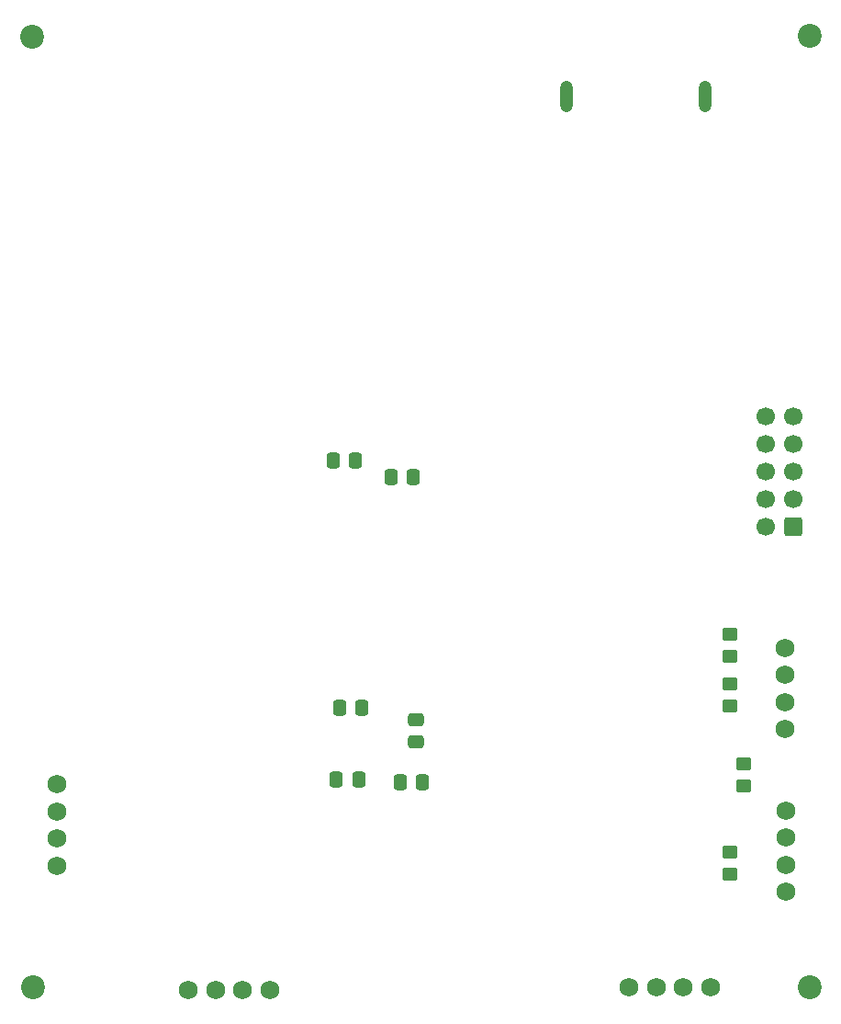
<source format=gbs>
%TF.GenerationSoftware,KiCad,Pcbnew,8.0.5*%
%TF.CreationDate,2024-10-22T12:33:32-04:00*%
%TF.ProjectId,PCB_Schematic,5043425f-5363-4686-956d-617469632e6b,rev?*%
%TF.SameCoordinates,Original*%
%TF.FileFunction,Soldermask,Bot*%
%TF.FilePolarity,Negative*%
%FSLAX46Y46*%
G04 Gerber Fmt 4.6, Leading zero omitted, Abs format (unit mm)*
G04 Created by KiCad (PCBNEW 8.0.5) date 2024-10-22 12:33:32*
%MOMM*%
%LPD*%
G01*
G04 APERTURE LIST*
G04 Aperture macros list*
%AMRoundRect*
0 Rectangle with rounded corners*
0 $1 Rounding radius*
0 $2 $3 $4 $5 $6 $7 $8 $9 X,Y pos of 4 corners*
0 Add a 4 corners polygon primitive as box body*
4,1,4,$2,$3,$4,$5,$6,$7,$8,$9,$2,$3,0*
0 Add four circle primitives for the rounded corners*
1,1,$1+$1,$2,$3*
1,1,$1+$1,$4,$5*
1,1,$1+$1,$6,$7*
1,1,$1+$1,$8,$9*
0 Add four rect primitives between the rounded corners*
20,1,$1+$1,$2,$3,$4,$5,0*
20,1,$1+$1,$4,$5,$6,$7,0*
20,1,$1+$1,$6,$7,$8,$9,0*
20,1,$1+$1,$8,$9,$2,$3,0*%
G04 Aperture macros list end*
%ADD10C,1.752600*%
%ADD11O,1.200000X2.900000*%
%ADD12RoundRect,0.250000X0.600000X0.600000X-0.600000X0.600000X-0.600000X-0.600000X0.600000X-0.600000X0*%
%ADD13C,1.700000*%
%ADD14C,2.200000*%
%ADD15RoundRect,0.250000X0.337500X0.475000X-0.337500X0.475000X-0.337500X-0.475000X0.337500X-0.475000X0*%
%ADD16RoundRect,0.250000X-0.475000X0.337500X-0.475000X-0.337500X0.475000X-0.337500X0.475000X0.337500X0*%
%ADD17RoundRect,0.250000X-0.337500X-0.475000X0.337500X-0.475000X0.337500X0.475000X-0.337500X0.475000X0*%
%ADD18RoundRect,0.250000X-0.450000X0.350000X-0.450000X-0.350000X0.450000X-0.350000X0.450000X0.350000X0*%
%ADD19RoundRect,0.250000X0.450000X-0.350000X0.450000X0.350000X-0.450000X0.350000X-0.450000X-0.350000X0*%
G04 APERTURE END LIST*
D10*
%TO.C,J7*%
X161067597Y-99919200D03*
X161067597Y-97419200D03*
X161067597Y-94919200D03*
X161067597Y-92419200D03*
%TD*%
D11*
%TO.C,J5*%
X153720000Y-41650000D03*
X140920000Y-41650000D03*
%TD*%
D10*
%TO.C,J6*%
X161133000Y-114916000D03*
X161133000Y-112416000D03*
X161133000Y-109916000D03*
X161133000Y-107416000D03*
%TD*%
D12*
%TO.C,J1*%
X161798000Y-81280000D03*
D13*
X159258000Y-81280000D03*
X161798000Y-78740000D03*
X159258000Y-78740000D03*
X161798000Y-76200000D03*
X159258000Y-76200000D03*
X161798000Y-73660000D03*
X159258000Y-73660000D03*
X161798000Y-71120000D03*
X159258000Y-71120000D03*
%TD*%
D10*
%TO.C,J2*%
X113538000Y-123952000D03*
X111038000Y-123952000D03*
X108538000Y-123952000D03*
X106038000Y-123952000D03*
%TD*%
D14*
%TO.C,H1*%
X91613000Y-36156000D03*
%TD*%
%TO.C,H4*%
X163322000Y-123698000D03*
%TD*%
D10*
%TO.C,J4*%
X93901500Y-104980500D03*
X93901500Y-107480500D03*
X93901500Y-109980500D03*
X93901500Y-112480500D03*
%TD*%
D14*
%TO.C,H2*%
X163322000Y-36068000D03*
%TD*%
D10*
%TO.C,J3*%
X154178000Y-123698000D03*
X151678000Y-123698000D03*
X149178000Y-123698000D03*
X146678000Y-123698000D03*
%TD*%
D14*
%TO.C,H3*%
X91694000Y-123698000D03*
%TD*%
D15*
%TO.C,C2*%
X126767500Y-76708000D03*
X124692500Y-76708000D03*
%TD*%
%TO.C,C8*%
X127648000Y-104836000D03*
X125573000Y-104836000D03*
%TD*%
%TO.C,C7*%
X121763000Y-104582000D03*
X119688000Y-104582000D03*
%TD*%
%TO.C,C1*%
X121455000Y-75184000D03*
X119380000Y-75184000D03*
%TD*%
D16*
%TO.C,C9*%
X127000000Y-99017000D03*
X127000000Y-101092000D03*
%TD*%
D17*
%TO.C,C6*%
X119985000Y-97978000D03*
X122060000Y-97978000D03*
%TD*%
D18*
%TO.C,R16*%
X157226000Y-103140000D03*
X157226000Y-105140000D03*
%TD*%
D19*
%TO.C,R18*%
X155956000Y-113268000D03*
X155956000Y-111268000D03*
%TD*%
%TO.C,R19*%
X155956000Y-93202000D03*
X155956000Y-91202000D03*
%TD*%
%TO.C,R20*%
X155956000Y-97790000D03*
X155956000Y-95790000D03*
%TD*%
M02*

</source>
